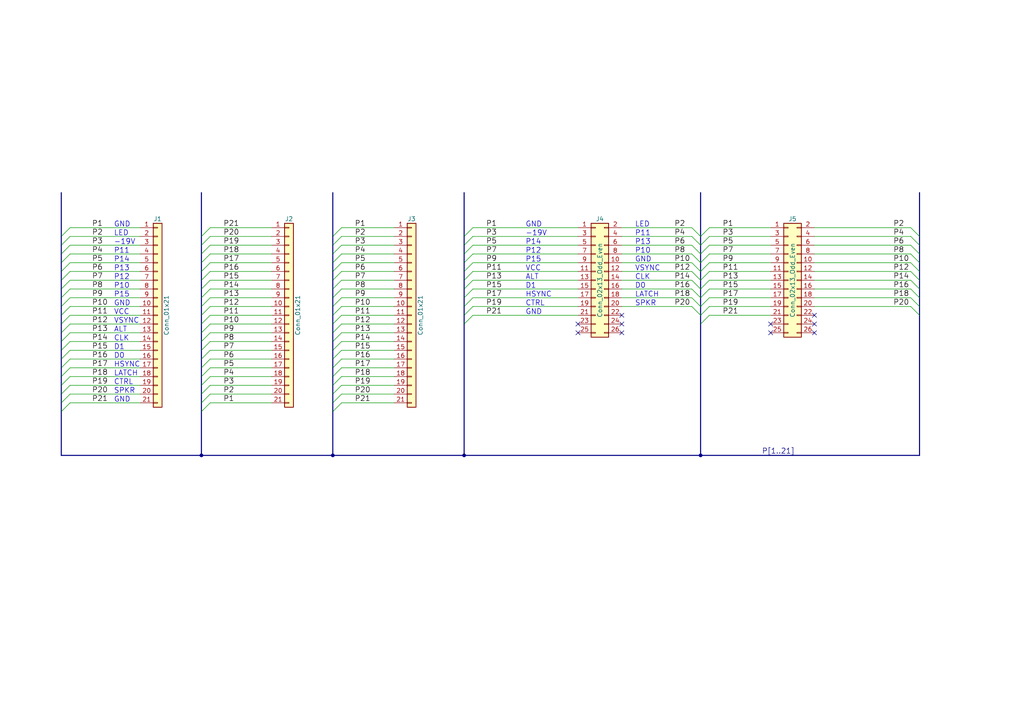
<source format=kicad_sch>
(kicad_sch (version 20231120) (generator "eeschema") (generator_version "8.0")
  (paper "A4")
  (title_block (title "Display Bridge") (date "2024-06-20") (rev "2") (company "Author: Michael Singer") (comment 1 "https://github.com/msinger/gbreveng/") (comment 2 "http://iceboy.a-singer.de/"))
  (lib_symbols
    (symbol "Connector_Generic:Conn_01x21" (pin_names (offset 1.016) hide)
      (property "Reference" "J" (at 0 27.94 0))
      (property "Value" "Conn_01x21" (at 0 -27.94 0))
      (symbol "Conn_01x21_1_1"
        (rectangle (start -1.27 -25.273) (end 0 -25.527) (stroke (width 0.1524)))
        (rectangle (start -1.27 -22.733) (end 0 -22.987) (stroke (width 0.1524)))
        (rectangle (start -1.27 -20.193) (end 0 -20.447) (stroke (width 0.1524)))
        (rectangle (start -1.27 -17.653) (end 0 -17.907) (stroke (width 0.1524)))
        (rectangle (start -1.27 -15.113) (end 0 -15.367) (stroke (width 0.1524)))
        (rectangle (start -1.27 -12.573) (end 0 -12.827) (stroke (width 0.1524)))
        (rectangle (start -1.27 -10.033) (end 0 -10.287) (stroke (width 0.1524)))
        (rectangle (start -1.27 -7.493) (end 0 -7.747) (stroke (width 0.1524)))
        (rectangle (start -1.27 -4.953) (end 0 -5.207) (stroke (width 0.1524)))
        (rectangle (start -1.27 -2.413) (end 0 -2.667) (stroke (width 0.1524)))
        (rectangle (start -1.27 0.127) (end 0 -0.127) (stroke (width 0.1524)))
        (rectangle (start -1.27 2.667) (end 0 2.413) (stroke (width 0.1524)))
        (rectangle (start -1.27 5.207) (end 0 4.953) (stroke (width 0.1524)))
        (rectangle (start -1.27 7.747) (end 0 7.493) (stroke (width 0.1524)))
        (rectangle (start -1.27 10.287) (end 0 10.033) (stroke (width 0.1524)))
        (rectangle (start -1.27 12.827) (end 0 12.573) (stroke (width 0.1524)))
        (rectangle (start -1.27 15.367) (end 0 15.113) (stroke (width 0.1524)))
        (rectangle (start -1.27 17.907) (end 0 17.653) (stroke (width 0.1524)))
        (rectangle (start -1.27 20.447) (end 0 20.193) (stroke (width 0.1524)))
        (rectangle (start -1.27 22.987) (end 0 22.733) (stroke (width 0.1524)))
        (rectangle (start -1.27 25.527) (end 0 25.273) (stroke (width 0.1524)))
        (rectangle (start -1.27 26.67) (end 1.27 -26.67) (stroke (width 0.254)) (fill (type background)))
        (pin passive line (at -5.08 25.4 0) (length 3.81) (name "Pin_1") (number "1"))
        (pin passive line (at -5.08 2.54 0) (length 3.81) (name "Pin_10") (number "10"))
        (pin passive line (at -5.08 0 0) (length 3.81) (name "Pin_11") (number "11"))
        (pin passive line (at -5.08 -2.54 0) (length 3.81) (name "Pin_12") (number "12"))
        (pin passive line (at -5.08 -5.08 0) (length 3.81) (name "Pin_13") (number "13"))
        (pin passive line (at -5.08 -7.62 0) (length 3.81) (name "Pin_14") (number "14"))
        (pin passive line (at -5.08 -10.16 0) (length 3.81) (name "Pin_15") (number "15"))
        (pin passive line (at -5.08 -12.7 0) (length 3.81) (name "Pin_16") (number "16"))
        (pin passive line (at -5.08 -15.24 0) (length 3.81) (name "Pin_17") (number "17"))
        (pin passive line (at -5.08 -17.78 0) (length 3.81) (name "Pin_18") (number "18"))
        (pin passive line (at -5.08 -20.32 0) (length 3.81) (name "Pin_19") (number "19"))
        (pin passive line (at -5.08 22.86 0) (length 3.81) (name "Pin_2") (number "2"))
        (pin passive line (at -5.08 -22.86 0) (length 3.81) (name "Pin_20") (number "20"))
        (pin passive line (at -5.08 -25.4 0) (length 3.81) (name "Pin_21") (number "21"))
        (pin passive line (at -5.08 20.32 0) (length 3.81) (name "Pin_3") (number "3"))
        (pin passive line (at -5.08 17.78 0) (length 3.81) (name "Pin_4") (number "4"))
        (pin passive line (at -5.08 15.24 0) (length 3.81) (name "Pin_5") (number "5"))
        (pin passive line (at -5.08 12.7 0) (length 3.81) (name "Pin_6") (number "6"))
        (pin passive line (at -5.08 10.16 0) (length 3.81) (name "Pin_7") (number "7"))
        (pin passive line (at -5.08 7.62 0) (length 3.81) (name "Pin_8") (number "8"))
        (pin passive line (at -5.08 5.08 0) (length 3.81) (name "Pin_9") (number "9"))
      )
    )
    (symbol "Connector_Generic:Conn_02x13_Odd_Even" (pin_names (offset 1.016) hide)
      (property "Reference" "J" (at 1.27 17.78 0))
      (property "Value" "Conn_02x13_Odd_Even" (at 1.27 -17.78 0))
      (symbol "Conn_02x13_Odd_Even_1_1"
        (rectangle (start -1.27 -15.113) (end 0 -15.367) (stroke (width 0.1524)))
        (rectangle (start -1.27 -12.573) (end 0 -12.827) (stroke (width 0.1524)))
        (rectangle (start -1.27 -10.033) (end 0 -10.287) (stroke (width 0.1524)))
        (rectangle (start -1.27 -7.493) (end 0 -7.747) (stroke (width 0.1524)))
        (rectangle (start -1.27 -4.953) (end 0 -5.207) (stroke (width 0.1524)))
        (rectangle (start -1.27 -2.413) (end 0 -2.667) (stroke (width 0.1524)))
        (rectangle (start -1.27 0.127) (end 0 -0.127) (stroke (width 0.1524)))
        (rectangle (start -1.27 2.667) (end 0 2.413) (stroke (width 0.1524)))
        (rectangle (start -1.27 5.207) (end 0 4.953) (stroke (width 0.1524)))
        (rectangle (start -1.27 7.747) (end 0 7.493) (stroke (width 0.1524)))
        (rectangle (start -1.27 10.287) (end 0 10.033) (stroke (width 0.1524)))
        (rectangle (start -1.27 12.827) (end 0 12.573) (stroke (width 0.1524)))
        (rectangle (start -1.27 15.367) (end 0 15.113) (stroke (width 0.1524)))
        (rectangle (start -1.27 16.51) (end 3.81 -16.51) (stroke (width 0.254)) (fill (type background)))
        (rectangle (start 3.81 -15.113) (end 2.54 -15.367) (stroke (width 0.1524)))
        (rectangle (start 3.81 -12.573) (end 2.54 -12.827) (stroke (width 0.1524)))
        (rectangle (start 3.81 -10.033) (end 2.54 -10.287) (stroke (width 0.1524)))
        (rectangle (start 3.81 -7.493) (end 2.54 -7.747) (stroke (width 0.1524)))
        (rectangle (start 3.81 -4.953) (end 2.54 -5.207) (stroke (width 0.1524)))
        (rectangle (start 3.81 -2.413) (end 2.54 -2.667) (stroke (width 0.1524)))
        (rectangle (start 3.81 0.127) (end 2.54 -0.127) (stroke (width 0.1524)))
        (rectangle (start 3.81 2.667) (end 2.54 2.413) (stroke (width 0.1524)))
        (rectangle (start 3.81 5.207) (end 2.54 4.953) (stroke (width 0.1524)))
        (rectangle (start 3.81 7.747) (end 2.54 7.493) (stroke (width 0.1524)))
        (rectangle (start 3.81 10.287) (end 2.54 10.033) (stroke (width 0.1524)))
        (rectangle (start 3.81 12.827) (end 2.54 12.573) (stroke (width 0.1524)))
        (rectangle (start 3.81 15.367) (end 2.54 15.113) (stroke (width 0.1524)))
        (pin passive line (at -5.08 15.24 0) (length 3.81) (name "Pin_1") (number "1"))
        (pin passive line (at 7.62 5.08 180) (length 3.81) (name "Pin_10") (number "10"))
        (pin passive line (at -5.08 2.54 0) (length 3.81) (name "Pin_11") (number "11"))
        (pin passive line (at 7.62 2.54 180) (length 3.81) (name "Pin_12") (number "12"))
        (pin passive line (at -5.08 0 0) (length 3.81) (name "Pin_13") (number "13"))
        (pin passive line (at 7.62 0 180) (length 3.81) (name "Pin_14") (number "14"))
        (pin passive line (at -5.08 -2.54 0) (length 3.81) (name "Pin_15") (number "15"))
        (pin passive line (at 7.62 -2.54 180) (length 3.81) (name "Pin_16") (number "16"))
        (pin passive line (at -5.08 -5.08 0) (length 3.81) (name "Pin_17") (number "17"))
        (pin passive line (at 7.62 -5.08 180) (length 3.81) (name "Pin_18") (number "18"))
        (pin passive line (at -5.08 -7.62 0) (length 3.81) (name "Pin_19") (number "19"))
        (pin passive line (at 7.62 15.24 180) (length 3.81) (name "Pin_2") (number "2"))
        (pin passive line (at 7.62 -7.62 180) (length 3.81) (name "Pin_20") (number "20"))
        (pin passive line (at -5.08 -10.16 0) (length 3.81) (name "Pin_21") (number "21"))
        (pin passive line (at 7.62 -10.16 180) (length 3.81) (name "Pin_22") (number "22"))
        (pin passive line (at -5.08 -12.7 0) (length 3.81) (name "Pin_23") (number "23"))
        (pin passive line (at 7.62 -12.7 180) (length 3.81) (name "Pin_24") (number "24"))
        (pin passive line (at -5.08 -15.24 0) (length 3.81) (name "Pin_25") (number "25"))
        (pin passive line (at 7.62 -15.24 180) (length 3.81) (name "Pin_26") (number "26"))
        (pin passive line (at -5.08 12.7 0) (length 3.81) (name "Pin_3") (number "3"))
        (pin passive line (at 7.62 12.7 180) (length 3.81) (name "Pin_4") (number "4"))
        (pin passive line (at -5.08 10.16 0) (length 3.81) (name "Pin_5") (number "5"))
        (pin passive line (at 7.62 10.16 180) (length 3.81) (name "Pin_6") (number "6"))
        (pin passive line (at -5.08 7.62 0) (length 3.81) (name "Pin_7") (number "7"))
        (pin passive line (at 7.62 7.62 180) (length 3.81) (name "Pin_8") (number "8"))
        (pin passive line (at -5.08 5.08 0) (length 3.81) (name "Pin_9") (number "9"))
      )
    )
  )
  (junction (at 134.62 132.08))
  (junction (at 58.42 132.08))
  (junction (at 96.52 132.08))
  (junction (at 203.2 132.08))
  (no_connect (at 236.22 91.44))
  (no_connect (at 223.52 96.52))
  (no_connect (at 236.22 93.98))
  (no_connect (at 167.64 96.52))
  (no_connect (at 236.22 96.52))
  (no_connect (at 180.34 91.44))
  (no_connect (at 180.34 93.98))
  (no_connect (at 167.64 93.98))
  (no_connect (at 223.52 93.98))
  (no_connect (at 180.34 96.52))
  (bus_entry (at 96.52 109.22) (size 2.54 -2.54))
  (bus_entry (at 200.66 73.66) (size 2.54 2.54))
  (bus_entry (at 134.62 78.74) (size 2.54 -2.54))
  (bus_entry (at 58.42 101.6) (size 2.54 -2.54))
  (bus_entry (at 96.52 96.52) (size 2.54 -2.54))
  (bus_entry (at 17.78 91.44) (size 2.54 -2.54))
  (bus_entry (at 17.78 116.84) (size 2.54 -2.54))
  (bus_entry (at 200.66 76.2) (size 2.54 2.54))
  (bus_entry (at 58.42 106.68) (size 2.54 -2.54))
  (bus_entry (at 203.2 83.82) (size 2.54 -2.54))
  (bus_entry (at 203.2 86.36) (size 2.54 -2.54))
  (bus_entry (at 17.78 88.9) (size 2.54 -2.54))
  (bus_entry (at 96.52 104.14) (size 2.54 -2.54))
  (bus_entry (at 203.2 81.28) (size 2.54 -2.54))
  (bus_entry (at 17.78 111.76) (size 2.54 -2.54))
  (bus_entry (at 96.52 88.9) (size 2.54 -2.54))
  (bus_entry (at 200.66 81.28) (size 2.54 2.54))
  (bus_entry (at 17.78 96.52) (size 2.54 -2.54))
  (bus_entry (at 17.78 106.68) (size 2.54 -2.54))
  (bus_entry (at 264.16 71.12) (size 2.54 2.54))
  (bus_entry (at 96.52 99.06) (size 2.54 -2.54))
  (bus_entry (at 200.66 78.74) (size 2.54 2.54))
  (bus_entry (at 264.16 66.04) (size 2.54 2.54))
  (bus_entry (at 58.42 116.84) (size 2.54 -2.54))
  (bus_entry (at 200.66 86.36) (size 2.54 2.54))
  (bus_entry (at 96.52 101.6) (size 2.54 -2.54))
  (bus_entry (at 96.52 93.98) (size 2.54 -2.54))
  (bus_entry (at 17.78 99.06) (size 2.54 -2.54))
  (bus_entry (at 96.52 81.28) (size 2.54 -2.54))
  (bus_entry (at 58.42 68.58) (size 2.54 -2.54))
  (bus_entry (at 96.52 76.2) (size 2.54 -2.54))
  (bus_entry (at 17.78 104.14) (size 2.54 -2.54))
  (bus_entry (at 58.42 91.44) (size 2.54 -2.54))
  (bus_entry (at 200.66 66.04) (size 2.54 2.54))
  (bus_entry (at 58.42 83.82) (size 2.54 -2.54))
  (bus_entry (at 134.62 83.82) (size 2.54 -2.54))
  (bus_entry (at 134.62 91.44) (size 2.54 -2.54))
  (bus_entry (at 134.62 76.2) (size 2.54 -2.54))
  (bus_entry (at 264.16 76.2) (size 2.54 2.54))
  (bus_entry (at 58.42 81.28) (size 2.54 -2.54))
  (bus_entry (at 203.2 91.44) (size 2.54 -2.54))
  (bus_entry (at 134.62 71.12) (size 2.54 -2.54))
  (bus_entry (at 96.52 119.38) (size 2.54 -2.54))
  (bus_entry (at 134.62 93.98) (size 2.54 -2.54))
  (bus_entry (at 58.42 93.98) (size 2.54 -2.54))
  (bus_entry (at 203.2 88.9) (size 2.54 -2.54))
  (bus_entry (at 134.62 73.66) (size 2.54 -2.54))
  (bus_entry (at 17.78 101.6) (size 2.54 -2.54))
  (bus_entry (at 200.66 71.12) (size 2.54 2.54))
  (bus_entry (at 200.66 88.9) (size 2.54 2.54))
  (bus_entry (at 17.78 73.66) (size 2.54 -2.54))
  (bus_entry (at 17.78 119.38) (size 2.54 -2.54))
  (bus_entry (at 17.78 114.3) (size 2.54 -2.54))
  (bus_entry (at 96.52 116.84) (size 2.54 -2.54))
  (bus_entry (at 203.2 68.58) (size 2.54 -2.54))
  (bus_entry (at 264.16 73.66) (size 2.54 2.54))
  (bus_entry (at 134.62 81.28) (size 2.54 -2.54))
  (bus_entry (at 96.52 68.58) (size 2.54 -2.54))
  (bus_entry (at 96.52 111.76) (size 2.54 -2.54))
  (bus_entry (at 17.78 109.22) (size 2.54 -2.54))
  (bus_entry (at 200.66 83.82) (size 2.54 2.54))
  (bus_entry (at 58.42 88.9) (size 2.54 -2.54))
  (bus_entry (at 203.2 93.98) (size 2.54 -2.54))
  (bus_entry (at 17.78 86.36) (size 2.54 -2.54))
  (bus_entry (at 264.16 81.28) (size 2.54 2.54))
  (bus_entry (at 134.62 88.9) (size 2.54 -2.54))
  (bus_entry (at 203.2 73.66) (size 2.54 -2.54))
  (bus_entry (at 58.42 99.06) (size 2.54 -2.54))
  (bus_entry (at 134.62 68.58) (size 2.54 -2.54))
  (bus_entry (at 96.52 91.44) (size 2.54 -2.54))
  (bus_entry (at 264.16 78.74) (size 2.54 2.54))
  (bus_entry (at 264.16 88.9) (size 2.54 2.54))
  (bus_entry (at 58.42 71.12) (size 2.54 -2.54))
  (bus_entry (at 58.42 104.14) (size 2.54 -2.54))
  (bus_entry (at 58.42 119.38) (size 2.54 -2.54))
  (bus_entry (at 96.52 86.36) (size 2.54 -2.54))
  (bus_entry (at 17.78 93.98) (size 2.54 -2.54))
  (bus_entry (at 17.78 78.74) (size 2.54 -2.54))
  (bus_entry (at 17.78 71.12) (size 2.54 -2.54))
  (bus_entry (at 58.42 111.76) (size 2.54 -2.54))
  (bus_entry (at 58.42 96.52) (size 2.54 -2.54))
  (bus_entry (at 134.62 86.36) (size 2.54 -2.54))
  (bus_entry (at 96.52 78.74) (size 2.54 -2.54))
  (bus_entry (at 58.42 109.22) (size 2.54 -2.54))
  (bus_entry (at 58.42 86.36) (size 2.54 -2.54))
  (bus_entry (at 264.16 83.82) (size 2.54 2.54))
  (bus_entry (at 17.78 68.58) (size 2.54 -2.54))
  (bus_entry (at 58.42 78.74) (size 2.54 -2.54))
  (bus_entry (at 17.78 76.2) (size 2.54 -2.54))
  (bus_entry (at 96.52 71.12) (size 2.54 -2.54))
  (bus_entry (at 96.52 83.82) (size 2.54 -2.54))
  (bus_entry (at 264.16 68.58) (size 2.54 2.54))
  (bus_entry (at 58.42 114.3) (size 2.54 -2.54))
  (bus_entry (at 58.42 76.2) (size 2.54 -2.54))
  (bus_entry (at 203.2 76.2) (size 2.54 -2.54))
  (bus_entry (at 203.2 78.74) (size 2.54 -2.54))
  (bus_entry (at 264.16 86.36) (size 2.54 2.54))
  (bus_entry (at 200.66 68.58) (size 2.54 2.54))
  (bus_entry (at 96.52 73.66) (size 2.54 -2.54))
  (bus_entry (at 203.2 71.12) (size 2.54 -2.54))
  (bus_entry (at 96.52 114.3) (size 2.54 -2.54))
  (bus_entry (at 17.78 83.82) (size 2.54 -2.54))
  (bus_entry (at 17.78 81.28) (size 2.54 -2.54))
  (bus_entry (at 96.52 106.68) (size 2.54 -2.54))
  (bus_entry (at 58.42 73.66) (size 2.54 -2.54))
  (wire (pts (xy 99.06 71.12) (xy 114.3 71.12)))
  (bus (pts (xy 17.78 106.68) (xy 17.78 109.22)))
  (wire (pts (xy 60.96 114.3) (xy 78.74 114.3)))
  (bus (pts (xy 17.78 83.82) (xy 17.78 86.36)))
  (bus (pts (xy 203.2 76.2) (xy 203.2 78.74)))
  (bus (pts (xy 58.42 73.66) (xy 58.42 76.2)))
  (wire (pts (xy 60.96 78.74) (xy 78.74 78.74)))
  (wire (pts (xy 264.16 81.28) (xy 236.22 81.28)))
  (wire (pts (xy 20.32 104.14) (xy 40.64 104.14)))
  (bus (pts (xy 203.2 78.74) (xy 203.2 81.28)))
  (bus (pts (xy 17.78 116.84) (xy 17.78 119.38)))
  (bus (pts (xy 203.2 73.66) (xy 203.2 76.2)))
  (wire (pts (xy 60.96 66.04) (xy 78.74 66.04)))
  (wire (pts (xy 99.06 111.76) (xy 114.3 111.76)))
  (wire (pts (xy 264.16 76.2) (xy 236.22 76.2)))
  (wire (pts (xy 99.06 116.84) (xy 114.3 116.84)))
  (bus (pts (xy 17.78 101.6) (xy 17.78 104.14)))
  (bus (pts (xy 58.42 88.9) (xy 58.42 91.44)))
  (wire (pts (xy 200.66 83.82) (xy 180.34 83.82)))
  (wire (pts (xy 60.96 109.22) (xy 78.74 109.22)))
  (bus (pts (xy 58.42 78.74) (xy 58.42 81.28)))
  (wire (pts (xy 137.16 73.66) (xy 167.64 73.66)))
  (bus (pts (xy 58.42 99.06) (xy 58.42 101.6)))
  (bus (pts (xy 96.52 114.3) (xy 96.52 116.84)))
  (bus (pts (xy 266.7 83.82) (xy 266.7 81.28)))
  (bus (pts (xy 96.52 104.14) (xy 96.52 106.68)))
  (bus (pts (xy 58.42 111.76) (xy 58.42 114.3)))
  (bus (pts (xy 96.52 106.68) (xy 96.52 109.22)))
  (wire (pts (xy 137.16 66.04) (xy 167.64 66.04)))
  (bus (pts (xy 17.78 78.74) (xy 17.78 81.28)))
  (wire (pts (xy 200.66 88.9) (xy 180.34 88.9)))
  (wire (pts (xy 20.32 86.36) (xy 40.64 86.36)))
  (bus (pts (xy 58.42 71.12) (xy 58.42 73.66)))
  (wire (pts (xy 99.06 83.82) (xy 114.3 83.82)))
  (wire (pts (xy 264.16 66.04) (xy 236.22 66.04)))
  (bus (pts (xy 203.2 91.44) (xy 203.2 93.98)))
  (wire (pts (xy 205.74 73.66) (xy 223.52 73.66)))
  (bus (pts (xy 58.42 96.52) (xy 58.42 99.06)))
  (wire (pts (xy 60.96 68.58) (xy 78.74 68.58)))
  (bus (pts (xy 134.62 71.12) (xy 134.62 73.66)))
  (bus (pts (xy 58.42 109.22) (xy 58.42 111.76)))
  (wire (pts (xy 20.32 99.06) (xy 40.64 99.06)))
  (bus (pts (xy 58.42 104.14) (xy 58.42 106.68)))
  (wire (pts (xy 20.32 83.82) (xy 40.64 83.82)))
  (bus (pts (xy 134.62 88.9) (xy 134.62 91.44)))
  (bus (pts (xy 96.52 101.6) (xy 96.52 104.14)))
  (bus (pts (xy 134.62 78.74) (xy 134.62 81.28)))
  (wire (pts (xy 60.96 81.28) (xy 78.74 81.28)))
  (bus (pts (xy 17.78 109.22) (xy 17.78 111.76)))
  (wire (pts (xy 20.32 66.04) (xy 40.64 66.04)))
  (wire (pts (xy 99.06 86.36) (xy 114.3 86.36)))
  (wire (pts (xy 137.16 68.58) (xy 167.64 68.58)))
  (wire (pts (xy 200.66 71.12) (xy 180.34 71.12)))
  (bus (pts (xy 203.2 68.58) (xy 203.2 71.12)))
  (wire (pts (xy 60.96 88.9) (xy 78.74 88.9)))
  (bus (pts (xy 203.2 132.08) (xy 266.7 132.08)))
  (wire (pts (xy 20.32 111.76) (xy 40.64 111.76)))
  (bus (pts (xy 58.42 81.28) (xy 58.42 83.82)))
  (bus (pts (xy 96.52 116.84) (xy 96.52 119.38)))
  (wire (pts (xy 264.16 88.9) (xy 236.22 88.9)))
  (bus (pts (xy 17.78 73.66) (xy 17.78 76.2)))
  (wire (pts (xy 60.96 101.6) (xy 78.74 101.6)))
  (wire (pts (xy 200.66 66.04) (xy 180.34 66.04)))
  (wire (pts (xy 205.74 68.58) (xy 223.52 68.58)))
  (bus (pts (xy 17.78 104.14) (xy 17.78 106.68)))
  (bus (pts (xy 266.7 91.44) (xy 266.7 88.9)))
  (bus (pts (xy 134.62 83.82) (xy 134.62 86.36)))
  (wire (pts (xy 99.06 68.58) (xy 114.3 68.58)))
  (bus (pts (xy 58.42 86.36) (xy 58.42 88.9)))
  (wire (pts (xy 20.32 116.84) (xy 40.64 116.84)))
  (bus (pts (xy 17.78 68.58) (xy 17.78 71.12)))
  (wire (pts (xy 20.32 68.58) (xy 40.64 68.58)))
  (bus (pts (xy 203.2 86.36) (xy 203.2 88.9)))
  (wire (pts (xy 60.96 93.98) (xy 78.74 93.98)))
  (bus (pts (xy 266.7 88.9) (xy 266.7 86.36)))
  (bus (pts (xy 58.42 55.88) (xy 58.42 68.58)))
  (wire (pts (xy 137.16 91.44) (xy 167.64 91.44)))
  (wire (pts (xy 20.32 81.28) (xy 40.64 81.28)))
  (bus (pts (xy 266.7 68.58) (xy 266.7 55.88)))
  (wire (pts (xy 137.16 71.12) (xy 167.64 71.12)))
  (bus (pts (xy 17.78 55.88) (xy 17.78 68.58)))
  (wire (pts (xy 200.66 76.2) (xy 180.34 76.2)))
  (wire (pts (xy 99.06 101.6) (xy 114.3 101.6)))
  (wire (pts (xy 200.66 78.74) (xy 180.34 78.74)))
  (wire (pts (xy 205.74 78.74) (xy 223.52 78.74)))
  (wire (pts (xy 200.66 81.28) (xy 180.34 81.28)))
  (wire (pts (xy 200.66 73.66) (xy 180.34 73.66)))
  (bus (pts (xy 134.62 93.98) (xy 134.62 132.08)))
  (bus (pts (xy 17.78 132.08) (xy 58.42 132.08)))
  (wire (pts (xy 60.96 71.12) (xy 78.74 71.12)))
  (bus (pts (xy 17.78 119.38) (xy 17.78 132.08)))
  (wire (pts (xy 205.74 83.82) (xy 223.52 83.82)))
  (wire (pts (xy 99.06 76.2) (xy 114.3 76.2)))
  (bus (pts (xy 58.42 91.44) (xy 58.42 93.98)))
  (bus (pts (xy 96.52 91.44) (xy 96.52 93.98)))
  (wire (pts (xy 20.32 96.52) (xy 40.64 96.52)))
  (bus (pts (xy 96.52 109.22) (xy 96.52 111.76)))
  (bus (pts (xy 134.62 86.36) (xy 134.62 88.9)))
  (bus (pts (xy 17.78 91.44) (xy 17.78 93.98)))
  (wire (pts (xy 137.16 88.9) (xy 167.64 88.9)))
  (wire (pts (xy 205.74 88.9) (xy 223.52 88.9)))
  (bus (pts (xy 96.52 119.38) (xy 96.52 132.08)))
  (bus (pts (xy 96.52 83.82) (xy 96.52 86.36)))
  (bus (pts (xy 17.78 93.98) (xy 17.78 96.52)))
  (wire (pts (xy 99.06 104.14) (xy 114.3 104.14)))
  (bus (pts (xy 266.7 71.12) (xy 266.7 68.58)))
  (bus (pts (xy 58.42 76.2) (xy 58.42 78.74)))
  (bus (pts (xy 134.62 73.66) (xy 134.62 76.2)))
  (wire (pts (xy 20.32 78.74) (xy 40.64 78.74)))
  (bus (pts (xy 203.2 83.82) (xy 203.2 86.36)))
  (wire (pts (xy 205.74 66.04) (xy 223.52 66.04)))
  (bus (pts (xy 203.2 88.9) (xy 203.2 91.44)))
  (wire (pts (xy 99.06 81.28) (xy 114.3 81.28)))
  (wire (pts (xy 99.06 73.66) (xy 114.3 73.66)))
  (wire (pts (xy 205.74 81.28) (xy 223.52 81.28)))
  (wire (pts (xy 60.96 96.52) (xy 78.74 96.52)))
  (bus (pts (xy 96.52 78.74) (xy 96.52 81.28)))
  (wire (pts (xy 60.96 91.44) (xy 78.74 91.44)))
  (wire (pts (xy 20.32 73.66) (xy 40.64 73.66)))
  (bus (pts (xy 17.78 86.36) (xy 17.78 88.9)))
  (wire (pts (xy 20.32 106.68) (xy 40.64 106.68)))
  (wire (pts (xy 264.16 83.82) (xy 236.22 83.82)))
  (wire (pts (xy 99.06 78.74) (xy 114.3 78.74)))
  (bus (pts (xy 58.42 101.6) (xy 58.42 104.14)))
  (bus (pts (xy 203.2 55.88) (xy 203.2 68.58)))
  (bus (pts (xy 96.52 73.66) (xy 96.52 76.2)))
  (wire (pts (xy 200.66 68.58) (xy 180.34 68.58)))
  (wire (pts (xy 60.96 104.14) (xy 78.74 104.14)))
  (bus (pts (xy 266.7 86.36) (xy 266.7 83.82)))
  (bus (pts (xy 17.78 96.52) (xy 17.78 99.06)))
  (bus (pts (xy 96.52 76.2) (xy 96.52 78.74)))
  (wire (pts (xy 137.16 83.82) (xy 167.64 83.82)))
  (wire (pts (xy 60.96 73.66) (xy 78.74 73.66)))
  (bus (pts (xy 17.78 76.2) (xy 17.78 78.74)))
  (wire (pts (xy 137.16 81.28) (xy 167.64 81.28)))
  (bus (pts (xy 17.78 111.76) (xy 17.78 114.3)))
  (wire (pts (xy 99.06 106.68) (xy 114.3 106.68)))
  (wire (pts (xy 60.96 116.84) (xy 78.74 116.84)))
  (wire (pts (xy 205.74 91.44) (xy 223.52 91.44)))
  (wire (pts (xy 264.16 73.66) (xy 236.22 73.66)))
  (wire (pts (xy 60.96 111.76) (xy 78.74 111.76)))
  (bus (pts (xy 266.7 78.74) (xy 266.7 76.2)))
  (wire (pts (xy 264.16 71.12) (xy 236.22 71.12)))
  (wire (pts (xy 200.66 86.36) (xy 180.34 86.36)))
  (bus (pts (xy 96.52 86.36) (xy 96.52 88.9)))
  (wire (pts (xy 20.32 88.9) (xy 40.64 88.9)))
  (wire (pts (xy 20.32 76.2) (xy 40.64 76.2)))
  (wire (pts (xy 264.16 86.36) (xy 236.22 86.36)))
  (bus (pts (xy 134.62 132.08) (xy 203.2 132.08)))
  (bus (pts (xy 96.52 96.52) (xy 96.52 99.06)))
  (bus (pts (xy 96.52 99.06) (xy 96.52 101.6)))
  (wire (pts (xy 264.16 78.74) (xy 236.22 78.74)))
  (bus (pts (xy 96.52 71.12) (xy 96.52 73.66)))
  (bus (pts (xy 266.7 81.28) (xy 266.7 78.74)))
  (bus (pts (xy 134.62 55.88) (xy 134.62 68.58)))
  (wire (pts (xy 99.06 96.52) (xy 114.3 96.52)))
  (wire (pts (xy 20.32 114.3) (xy 40.64 114.3)))
  (bus (pts (xy 17.78 114.3) (xy 17.78 116.84)))
  (wire (pts (xy 264.16 68.58) (xy 236.22 68.58)))
  (bus (pts (xy 96.52 68.58) (xy 96.52 71.12)))
  (wire (pts (xy 99.06 114.3) (xy 114.3 114.3)))
  (bus (pts (xy 17.78 71.12) (xy 17.78 73.66)))
  (bus (pts (xy 58.42 116.84) (xy 58.42 119.38)))
  (bus (pts (xy 58.42 132.08) (xy 96.52 132.08)))
  (bus (pts (xy 203.2 93.98) (xy 203.2 132.08)))
  (bus (pts (xy 203.2 71.12) (xy 203.2 73.66)))
  (wire (pts (xy 99.06 88.9) (xy 114.3 88.9)))
  (wire (pts (xy 137.16 78.74) (xy 167.64 78.74)))
  (wire (pts (xy 137.16 76.2) (xy 167.64 76.2)))
  (wire (pts (xy 99.06 93.98) (xy 114.3 93.98)))
  (wire (pts (xy 60.96 83.82) (xy 78.74 83.82)))
  (wire (pts (xy 60.96 76.2) (xy 78.74 76.2)))
  (wire (pts (xy 137.16 86.36) (xy 167.64 86.36)))
  (wire (pts (xy 99.06 109.22) (xy 114.3 109.22)))
  (bus (pts (xy 96.52 81.28) (xy 96.52 83.82)))
  (bus (pts (xy 58.42 106.68) (xy 58.42 109.22)))
  (bus (pts (xy 96.52 55.88) (xy 96.52 68.58)))
  (bus (pts (xy 266.7 132.08) (xy 266.7 91.44)))
  (wire (pts (xy 20.32 91.44) (xy 40.64 91.44)))
  (bus (pts (xy 134.62 76.2) (xy 134.62 78.74)))
  (wire (pts (xy 20.32 93.98) (xy 40.64 93.98)))
  (wire (pts (xy 60.96 99.06) (xy 78.74 99.06)))
  (bus (pts (xy 58.42 68.58) (xy 58.42 71.12)))
  (bus (pts (xy 203.2 81.28) (xy 203.2 83.82)))
  (bus (pts (xy 58.42 83.82) (xy 58.42 86.36)))
  (bus (pts (xy 58.42 114.3) (xy 58.42 116.84)))
  (wire (pts (xy 20.32 109.22) (xy 40.64 109.22)))
  (wire (pts (xy 99.06 66.04) (xy 114.3 66.04)))
  (wire (pts (xy 60.96 106.68) (xy 78.74 106.68)))
  (bus (pts (xy 96.52 132.08) (xy 134.62 132.08)))
  (wire (pts (xy 20.32 101.6) (xy 40.64 101.6)))
  (wire (pts (xy 60.96 86.36) (xy 78.74 86.36)))
  (bus (pts (xy 58.42 119.38) (xy 58.42 132.08)))
  (bus (pts (xy 17.78 81.28) (xy 17.78 83.82)))
  (wire (pts (xy 20.32 71.12) (xy 40.64 71.12)))
  (bus (pts (xy 134.62 91.44) (xy 134.62 93.98)))
  (wire (pts (xy 205.74 86.36) (xy 223.52 86.36)))
  (wire (pts (xy 99.06 91.44) (xy 114.3 91.44)))
  (bus (pts (xy 17.78 99.06) (xy 17.78 101.6)))
  (bus (pts (xy 17.78 88.9) (xy 17.78 91.44)))
  (bus (pts (xy 58.42 93.98) (xy 58.42 96.52)))
  (bus (pts (xy 266.7 73.66) (xy 266.7 71.12)))
  (bus (pts (xy 134.62 68.58) (xy 134.62 71.12)))
  (bus (pts (xy 266.7 76.2) (xy 266.7 73.66)))
  (wire (pts (xy 205.74 76.2) (xy 223.52 76.2)))
  (bus (pts (xy 134.62 81.28) (xy 134.62 83.82)))
  (bus (pts (xy 96.52 88.9) (xy 96.52 91.44)))
  (bus (pts (xy 96.52 111.76) (xy 96.52 114.3)))
  (wire (pts (xy 99.06 99.06) (xy 114.3 99.06)))
  (wire (pts (xy 205.74 71.12) (xy 223.52 71.12)))
  (bus (pts (xy 96.52 93.98) (xy 96.52 96.52)))
  (text "SPKR" (at 184.15 88.9 0) (effects (font (size 1.524 1.524)) (justify left bottom)))
  (text "LATCH" (at 33.02 109.22 0) (effects (font (size 1.524 1.524)) (justify left bottom)))
  (text "LATCH" (at 184.15 86.36 0) (effects (font (size 1.524 1.524)) (justify left bottom)))
  (text "P15" (at 33.02 86.36 0) (effects (font (size 1.524 1.524)) (justify left bottom)))
  (text "VSYNC" (at 33.02 93.98 0) (effects (font (size 1.524 1.524)) (justify left bottom)))
  (text "P11" (at 33.02 73.66 0) (effects (font (size 1.524 1.524)) (justify left bottom)))
  (text "P13" (at 33.02 78.74 0) (effects (font (size 1.524 1.524)) (justify left bottom)))
  (text "D0" (at 184.15 83.82 0) (effects (font (size 1.524 1.524)) (justify left bottom)))
  (text "GND" (at 152.4 66.04 0) (effects (font (size 1.524 1.524)) (justify left bottom)))
  (text "P14" (at 152.4 71.12 0) (effects (font (size 1.524 1.524)) (justify left bottom)))
  (text "D1" (at 152.4 83.82 0) (effects (font (size 1.524 1.524)) (justify left bottom)))
  (text "SPKR" (at 33.02 114.3 0) (effects (font (size 1.524 1.524)) (justify left bottom)))
  (text "P15" (at 152.4 76.2 0) (effects (font (size 1.524 1.524)) (justify left bottom)))
  (text "HSYNC" (at 152.4 86.36 0) (effects (font (size 1.524 1.524)) (justify left bottom)))
  (text "P14" (at 33.02 76.2 0) (effects (font (size 1.524 1.524)) (justify left bottom)))
  (text "P12" (at 152.4 73.66 0) (effects (font (size 1.524 1.524)) (justify left bottom)))
  (text "P12" (at 33.02 81.28 0) (effects (font (size 1.524 1.524)) (justify left bottom)))
  (text "GND" (at 152.4 91.44 0) (effects (font (size 1.524 1.524)) (justify left bottom)))
  (text "GND" (at 33.02 66.04 0) (effects (font (size 1.524 1.524)) (justify left bottom)))
  (text "VSYNC" (at 184.15 78.74 0) (effects (font (size 1.524 1.524)) (justify left bottom)))
  (text "-19V" (at 152.4 68.58 0) (effects (font (size 1.524 1.524)) (justify left bottom)))
  (text "GND" (at 184.15 76.2 0) (effects (font (size 1.524 1.524)) (justify left bottom)))
  (text "VCC" (at 33.02 91.44 0) (effects (font (size 1.524 1.524)) (justify left bottom)))
  (text "P13" (at 184.15 71.12 0) (effects (font (size 1.524 1.524)) (justify left bottom)))
  (text "GND" (at 33.02 116.84 0) (effects (font (size 1.524 1.524)) (justify left bottom)))
  (text "GND" (at 33.02 88.9 0) (effects (font (size 1.524 1.524)) (justify left bottom)))
  (text "P10" (at 33.02 83.82 0) (effects (font (size 1.524 1.524)) (justify left bottom)))
  (text "-19V" (at 33.02 71.12 0) (effects (font (size 1.524 1.524)) (justify left bottom)))
  (text "CLK" (at 33.02 99.06 0) (effects (font (size 1.524 1.524)) (justify left bottom)))
  (text "ALT" (at 152.4 81.28 0) (effects (font (size 1.524 1.524)) (justify left bottom)))
  (text "ALT" (at 33.02 96.52 0) (effects (font (size 1.524 1.524)) (justify left bottom)))
  (text "CLK" (at 184.15 81.28 0) (effects (font (size 1.524 1.524)) (justify left bottom)))
  (text "D1" (at 33.02 101.6 0) (effects (font (size 1.524 1.524)) (justify left bottom)))
  (text "LED" (at 184.15 66.04 0) (effects (font (size 1.524 1.524)) (justify left bottom)))
  (text "LED" (at 33.02 68.58 0) (effects (font (size 1.524 1.524)) (justify left bottom)))
  (text "VCC" (at 152.4 78.74 0) (effects (font (size 1.524 1.524)) (justify left bottom)))
  (text "HSYNC" (at 33.02 106.68 0) (effects (font (size 1.524 1.524)) (justify left bottom)))
  (text "CTRL" (at 33.02 111.76 0) (effects (font (size 1.524 1.524)) (justify left bottom)))
  (text "P11" (at 184.15 68.58 0) (effects (font (size 1.524 1.524)) (justify left bottom)))
  (text "P10" (at 184.15 73.66 0) (effects (font (size 1.524 1.524)) (justify left bottom)))
  (text "CTRL" (at 152.4 88.9 0) (effects (font (size 1.524 1.524)) (justify left bottom)))
  (text "D0" (at 33.02 104.14 0) (effects (font (size 1.524 1.524)) (justify left bottom)))
  (label "P4" (at 102.87 73.66 0) (effects (font (size 1.524 1.524))))
  (label "P1" (at 209.55 66.04 0) (effects (font (size 1.524 1.524))))
  (label "P6" (at 259.08 71.12 0) (effects (font (size 1.524 1.524))))
  (label "P5" (at 26.67 76.2 0) (effects (font (size 1.524 1.524))))
  (label "P9" (at 102.87 86.36 0) (effects (font (size 1.524 1.524))))
  (label "P6" (at 26.67 78.74 0) (effects (font (size 1.524 1.524))))
  (label "P1" (at 102.87 66.04 0) (effects (font (size 1.524 1.524))))
  (label "P13" (at 102.87 96.52 0) (effects (font (size 1.524 1.524))))
  (label "P19" (at 102.87 111.76 0) (effects (font (size 1.524 1.524))))
  (label "P9" (at 26.67 86.36 0) (effects (font (size 1.524 1.524))))
  (label "P8" (at 64.77 99.06 0) (effects (font (size 1.524 1.524))))
  (label "P10" (at 64.77 93.98 0) (effects (font (size 1.524 1.524))))
  (label "P5" (at 102.87 76.2 0) (effects (font (size 1.524 1.524))))
  (label "P15" (at 102.87 101.6 0) (effects (font (size 1.524 1.524))))
  (label "P9" (at 64.77 96.52 0) (effects (font (size 1.524 1.524))))
  (label "P4" (at 26.67 73.66 0) (effects (font (size 1.524 1.524))))
  (label "P21" (at 102.87 116.84 0) (effects (font (size 1.524 1.524))))
  (label "P14" (at 259.08 81.28 0) (effects (font (size 1.524 1.524))))
  (label "P12" (at 64.77 88.9 0) (effects (font (size 1.524 1.524))))
  (label "P3" (at 64.77 111.76 0) (effects (font (size 1.524 1.524))))
  (label "P8" (at 259.08 73.66 0) (effects (font (size 1.524 1.524))))
  (label "P19" (at 26.67 111.76 0) (effects (font (size 1.524 1.524))))
  (label "P18" (at 102.87 109.22 0) (effects (font (size 1.524 1.524))))
  (label "P5" (at 209.55 71.12 0) (effects (font (size 1.524 1.524))))
  (label "P3" (at 140.97 68.58 0) (effects (font (size 1.524 1.524))))
  (label "P21" (at 140.97 91.44 0) (effects (font (size 1.524 1.524))))
  (label "P12" (at 259.08 78.74 0) (effects (font (size 1.524 1.524))))
  (label "P6" (at 195.58 71.12 0) (effects (font (size 1.524 1.524))))
  (label "P6" (at 64.77 104.14 0) (effects (font (size 1.524 1.524))))
  (label "P2" (at 195.58 66.04 0) (effects (font (size 1.524 1.524))))
  (label "P10" (at 102.87 88.9 0) (effects (font (size 1.524 1.524))))
  (label "P13" (at 64.77 86.36 0) (effects (font (size 1.524 1.524))))
  (label "P18" (at 259.08 86.36 0) (effects (font (size 1.524 1.524))))
  (label "P11" (at 102.87 91.44 0) (effects (font (size 1.524 1.524))))
  (label "P8" (at 102.87 83.82 0) (effects (font (size 1.524 1.524))))
  (label "P2" (at 64.77 114.3 0) (effects (font (size 1.524 1.524))))
  (label "P17" (at 140.97 86.36 0) (effects (font (size 1.524 1.524))))
  (label "P13" (at 209.55 81.28 0) (effects (font (size 1.524 1.524))))
  (label "P3" (at 209.55 68.58 0) (effects (font (size 1.524 1.524))))
  (label "P12" (at 102.87 93.98 0) (effects (font (size 1.524 1.524))))
  (label "P10" (at 195.58 76.2 0) (effects (font (size 1.524 1.524))))
  (label "P18" (at 195.58 86.36 0) (effects (font (size 1.524 1.524))))
  (label "P11" (at 209.55 78.74 0) (effects (font (size 1.524 1.524))))
  (label "P3" (at 102.87 71.12 0) (effects (font (size 1.524 1.524))))
  (label "P17" (at 64.77 76.2 0) (effects (font (size 1.524 1.524))))
  (label "P9" (at 209.55 76.2 0) (effects (font (size 1.524 1.524))))
  (label "P7" (at 26.67 81.28 0) (effects (font (size 1.524 1.524))))
  (label "P6" (at 102.87 78.74 0) (effects (font (size 1.524 1.524))))
  (label "P16" (at 64.77 78.74 0) (effects (font (size 1.524 1.524))))
  (label "P18" (at 64.77 73.66 0) (effects (font (size 1.524 1.524))))
  (label "P14" (at 195.58 81.28 0) (effects (font (size 1.524 1.524))))
  (label "P11" (at 140.97 78.74 0) (effects (font (size 1.524 1.524))))
  (label "P16" (at 195.58 83.82 0) (effects (font (size 1.524 1.524))))
  (label "P21" (at 26.67 116.84 0) (effects (font (size 1.524 1.524))))
  (label "P17" (at 102.87 106.68 0) (effects (font (size 1.524 1.524))))
  (label "P18" (at 26.67 109.22 0) (effects (font (size 1.524 1.524))))
  (label "P20" (at 259.08 88.9 0) (effects (font (size 1.524 1.524))))
  (label "P15" (at 209.55 83.82 0) (effects (font (size 1.524 1.524))))
  (label "P15" (at 140.97 83.82 0) (effects (font (size 1.524 1.524))))
  (label "P4" (at 195.58 68.58 0) (effects (font (size 1.524 1.524))))
  (label "P9" (at 140.97 76.2 0) (effects (font (size 1.524 1.524))))
  (label "P7" (at 140.97 73.66 0) (effects (font (size 1.524 1.524))))
  (label "P13" (at 26.67 96.52 0) (effects (font (size 1.524 1.524))))
  (label "P10" (at 259.08 76.2 0) (effects (font (size 1.524 1.524))))
  (label "P19" (at 209.55 88.9 0) (effects (font (size 1.524 1.524))))
  (label "P16" (at 259.08 83.82 0) (effects (font (size 1.524 1.524))))
  (label "P5" (at 140.97 71.12 0) (effects (font (size 1.524 1.524))))
  (label "P21" (at 209.55 91.44 0) (effects (font (size 1.524 1.524))))
  (label "P12" (at 26.67 93.98 0) (effects (font (size 1.524 1.524))))
  (label "P15" (at 64.77 81.28 0) (effects (font (size 1.524 1.524))))
  (label "P2" (at 26.67 68.58 0) (effects (font (size 1.524 1.524))))
  (label "P2" (at 259.08 66.04 0) (effects (font (size 1.524 1.524))))
  (label "P19" (at 140.97 88.9 0) (effects (font (size 1.524 1.524))))
  (label "P7" (at 209.55 73.66 0) (effects (font (size 1.524 1.524))))
  (label "P13" (at 140.97 81.28 0) (effects (font (size 1.524 1.524))))
  (label "P20" (at 102.87 114.3 0) (effects (font (size 1.524 1.524))))
  (label "P7" (at 64.77 101.6 0) (effects (font (size 1.524 1.524))))
  (label "P[1..21]" (at 220.98 132.08 0) (effects (font (size 1.524 1.524))))
  (label "P11" (at 26.67 91.44 0) (effects (font (size 1.524 1.524))))
  (label "P14" (at 26.67 99.06 0) (effects (font (size 1.524 1.524))))
  (label "P14" (at 64.77 83.82 0) (effects (font (size 1.524 1.524))))
  (label "P11" (at 64.77 91.44 0) (effects (font (size 1.524 1.524))))
  (label "P12" (at 195.58 78.74 0) (effects (font (size 1.524 1.524))))
  (label "P17" (at 26.67 106.68 0) (effects (font (size 1.524 1.524))))
  (label "P8" (at 26.67 83.82 0) (effects (font (size 1.524 1.524))))
  (label "P4" (at 259.08 68.58 0) (effects (font (size 1.524 1.524))))
  (label "P16" (at 102.87 104.14 0) (effects (font (size 1.524 1.524))))
  (label "P19" (at 64.77 71.12 0) (effects (font (size 1.524 1.524))))
  (label "P20" (at 64.77 68.58 0) (effects (font (size 1.524 1.524))))
  (label "P3" (at 26.67 71.12 0) (effects (font (size 1.524 1.524))))
  (label "P21" (at 64.77 66.04 0) (effects (font (size 1.524 1.524))))
  (label "P1" (at 26.67 66.04 0) (effects (font (size 1.524 1.524))))
  (label "P1" (at 64.77 116.84 0) (effects (font (size 1.524 1.524))))
  (label "P14" (at 102.87 99.06 0) (effects (font (size 1.524 1.524))))
  (label "P2" (at 102.87 68.58 0) (effects (font (size 1.524 1.524))))
  (label "P20" (at 26.67 114.3 0) (effects (font (size 1.524 1.524))))
  (label "P15" (at 26.67 101.6 0) (effects (font (size 1.524 1.524))))
  (label "P4" (at 64.77 109.22 0) (effects (font (size 1.524 1.524))))
  (label "P20" (at 195.58 88.9 0) (effects (font (size 1.524 1.524))))
  (label "P5" (at 64.77 106.68 0) (effects (font (size 1.524 1.524))))
  (label "P8" (at 195.58 73.66 0) (effects (font (size 1.524 1.524))))
  (label "P1" (at 140.97 66.04 0) (effects (font (size 1.524 1.524))))
  (label "P16" (at 26.67 104.14 0) (effects (font (size 1.524 1.524))))
  (label "P17" (at 209.55 86.36 0) (effects (font (size 1.524 1.524))))
  (label "P10" (at 26.67 88.9 0) (effects (font (size 1.524 1.524))))
  (label "P7" (at 102.87 81.28 0) (effects (font (size 1.524 1.524))))
  (symbol (lib_id "Connector_Generic:Conn_01x21") (at 45.72 91.44 0) (unit 1)
    (property "Reference" "J1" (at 45.72 63.5 0))
    (property "Value" "Conn_01x21" (at 48.26 91.44 90))
    (property "Footprint" "Connector_GameBoy:DMG_FFC_LCD-Board_21Pin" (effects (hide yes)))
    (property "Description" "Generic connector, single row, 01x21, script generated (kicad-library-utils/schlib/autogen/connector/)" (effects (hide yes)))
  )
  (symbol (lib_id "Connector_Generic:Conn_01x21") (at 83.82 91.44 0) (unit 1)
    (property "Reference" "J2" (at 83.82 63.5 0))
    (property "Value" "Conn_01x21" (at 86.36 91.44 90))
    (property "Footprint" "Connector_GameBoy:DMG_FFC_LCD-Board_21Pin" (effects (hide yes)))
    (property "Description" "Generic connector, single row, 01x21, script generated (kicad-library-utils/schlib/autogen/connector/)" (effects (hide yes)))
  )
  (symbol (lib_id "Connector_Generic:Conn_01x21") (at 119.38 91.44 0) (unit 1)
    (property "Reference" "J3" (at 119.38 63.5 0))
    (property "Value" "Conn_01x21" (at 121.92 91.44 90))
    (property "Footprint" "Connector_GameBoy:DMG_FFC_LCD-Board_21Pin" (effects (hide yes)))
    (property "Description" "Generic connector, single row, 01x21, script generated (kicad-library-utils/schlib/autogen/connector/)" (effects (hide yes)))
  )
  (symbol (lib_id "Connector_Generic:Conn_02x13_Odd_Even") (at 172.72 81.28 0) (unit 1)
    (property "Reference" "J4" (at 173.99 63.5 0))
    (property "Value" "Conn_02x13_Odd_Even" (at 173.99 81.28 90))
    (property "Footprint" "Connector_PinHeader_2.54mm:PinHeader_2x13_P2.54mm_Vertical" (effects (hide yes)))
    (property "Description" "Generic connector, double row, 02x13, odd/even pin numbering scheme (row 1 odd numbers, row 2 even numbers), script generated (kicad-library-utils/schlib/autogen/connector/)" (effects (hide yes)))
  )
  (symbol (lib_id "Connector_Generic:Conn_02x13_Odd_Even") (at 228.6 81.28 0) (unit 1)
    (property "Reference" "J5" (at 229.87 63.5 0))
    (property "Value" "Conn_02x13_Odd_Even" (at 229.87 81.28 90))
    (property "Footprint" "Connector_PinHeader_2.54mm:PinHeader_2x13_P2.54mm_Vertical" (effects (hide yes)))
    (property "Description" "Generic connector, double row, 02x13, odd/even pin numbering scheme (row 1 odd numbers, row 2 even numbers), script generated (kicad-library-utils/schlib/autogen/connector/)" (effects (hide yes)))
  )
)
</source>
